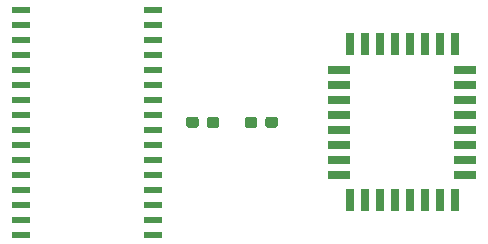
<source format=gbr>
G04 #@! TF.GenerationSoftware,KiCad,Pcbnew,(5.1.4-0-10_14)*
G04 #@! TF.CreationDate,2019-09-08T17:56:33-07:00*
G04 #@! TF.ProjectId,de10-lite-ram-rom,64653130-2d6c-4697-9465-2d72616d2d72,rev?*
G04 #@! TF.SameCoordinates,Original*
G04 #@! TF.FileFunction,Paste,Top*
G04 #@! TF.FilePolarity,Positive*
%FSLAX46Y46*%
G04 Gerber Fmt 4.6, Leading zero omitted, Abs format (unit mm)*
G04 Created by KiCad (PCBNEW (5.1.4-0-10_14)) date 2019-09-08 17:56:33*
%MOMM*%
%LPD*%
G04 APERTURE LIST*
%ADD10C,0.100000*%
%ADD11C,0.950000*%
%ADD12R,1.925000X0.700000*%
%ADD13R,0.700000X1.925000*%
%ADD14R,1.600000X0.600000*%
G04 APERTURE END LIST*
D10*
G36*
X142282779Y-124240144D02*
G01*
X142305834Y-124243563D01*
X142328443Y-124249227D01*
X142350387Y-124257079D01*
X142371457Y-124267044D01*
X142391448Y-124279026D01*
X142410168Y-124292910D01*
X142427438Y-124308562D01*
X142443090Y-124325832D01*
X142456974Y-124344552D01*
X142468956Y-124364543D01*
X142478921Y-124385613D01*
X142486773Y-124407557D01*
X142492437Y-124430166D01*
X142495856Y-124453221D01*
X142497000Y-124476500D01*
X142497000Y-124951500D01*
X142495856Y-124974779D01*
X142492437Y-124997834D01*
X142486773Y-125020443D01*
X142478921Y-125042387D01*
X142468956Y-125063457D01*
X142456974Y-125083448D01*
X142443090Y-125102168D01*
X142427438Y-125119438D01*
X142410168Y-125135090D01*
X142391448Y-125148974D01*
X142371457Y-125160956D01*
X142350387Y-125170921D01*
X142328443Y-125178773D01*
X142305834Y-125184437D01*
X142282779Y-125187856D01*
X142259500Y-125189000D01*
X141684500Y-125189000D01*
X141661221Y-125187856D01*
X141638166Y-125184437D01*
X141615557Y-125178773D01*
X141593613Y-125170921D01*
X141572543Y-125160956D01*
X141552552Y-125148974D01*
X141533832Y-125135090D01*
X141516562Y-125119438D01*
X141500910Y-125102168D01*
X141487026Y-125083448D01*
X141475044Y-125063457D01*
X141465079Y-125042387D01*
X141457227Y-125020443D01*
X141451563Y-124997834D01*
X141448144Y-124974779D01*
X141447000Y-124951500D01*
X141447000Y-124476500D01*
X141448144Y-124453221D01*
X141451563Y-124430166D01*
X141457227Y-124407557D01*
X141465079Y-124385613D01*
X141475044Y-124364543D01*
X141487026Y-124344552D01*
X141500910Y-124325832D01*
X141516562Y-124308562D01*
X141533832Y-124292910D01*
X141552552Y-124279026D01*
X141572543Y-124267044D01*
X141593613Y-124257079D01*
X141615557Y-124249227D01*
X141638166Y-124243563D01*
X141661221Y-124240144D01*
X141684500Y-124239000D01*
X142259500Y-124239000D01*
X142282779Y-124240144D01*
X142282779Y-124240144D01*
G37*
D11*
X141972000Y-124714000D03*
D10*
G36*
X140532779Y-124240144D02*
G01*
X140555834Y-124243563D01*
X140578443Y-124249227D01*
X140600387Y-124257079D01*
X140621457Y-124267044D01*
X140641448Y-124279026D01*
X140660168Y-124292910D01*
X140677438Y-124308562D01*
X140693090Y-124325832D01*
X140706974Y-124344552D01*
X140718956Y-124364543D01*
X140728921Y-124385613D01*
X140736773Y-124407557D01*
X140742437Y-124430166D01*
X140745856Y-124453221D01*
X140747000Y-124476500D01*
X140747000Y-124951500D01*
X140745856Y-124974779D01*
X140742437Y-124997834D01*
X140736773Y-125020443D01*
X140728921Y-125042387D01*
X140718956Y-125063457D01*
X140706974Y-125083448D01*
X140693090Y-125102168D01*
X140677438Y-125119438D01*
X140660168Y-125135090D01*
X140641448Y-125148974D01*
X140621457Y-125160956D01*
X140600387Y-125170921D01*
X140578443Y-125178773D01*
X140555834Y-125184437D01*
X140532779Y-125187856D01*
X140509500Y-125189000D01*
X139934500Y-125189000D01*
X139911221Y-125187856D01*
X139888166Y-125184437D01*
X139865557Y-125178773D01*
X139843613Y-125170921D01*
X139822543Y-125160956D01*
X139802552Y-125148974D01*
X139783832Y-125135090D01*
X139766562Y-125119438D01*
X139750910Y-125102168D01*
X139737026Y-125083448D01*
X139725044Y-125063457D01*
X139715079Y-125042387D01*
X139707227Y-125020443D01*
X139701563Y-124997834D01*
X139698144Y-124974779D01*
X139697000Y-124951500D01*
X139697000Y-124476500D01*
X139698144Y-124453221D01*
X139701563Y-124430166D01*
X139707227Y-124407557D01*
X139715079Y-124385613D01*
X139725044Y-124364543D01*
X139737026Y-124344552D01*
X139750910Y-124325832D01*
X139766562Y-124308562D01*
X139783832Y-124292910D01*
X139802552Y-124279026D01*
X139822543Y-124267044D01*
X139843613Y-124257079D01*
X139865557Y-124249227D01*
X139888166Y-124243563D01*
X139911221Y-124240144D01*
X139934500Y-124239000D01*
X140509500Y-124239000D01*
X140532779Y-124240144D01*
X140532779Y-124240144D01*
G37*
D11*
X140222000Y-124714000D03*
D12*
X163310500Y-120269000D03*
X163310500Y-121539000D03*
X163310500Y-122809000D03*
X163310500Y-124079000D03*
X163310500Y-125349000D03*
X163310500Y-126619000D03*
X163310500Y-127889000D03*
X163310500Y-129159000D03*
D13*
X162433000Y-131306500D03*
X161163000Y-131306500D03*
X159893000Y-131306500D03*
X158623000Y-131306500D03*
X157353000Y-131306500D03*
X156083000Y-131306500D03*
X154813000Y-131306500D03*
X153543000Y-131306500D03*
D12*
X152665500Y-129159000D03*
X152665500Y-127889000D03*
X152665500Y-126619000D03*
X152665500Y-125349000D03*
X152665500Y-124079000D03*
X152665500Y-122809000D03*
X152665500Y-121539000D03*
X152665500Y-120269000D03*
D13*
X162433000Y-118121500D03*
X161163000Y-118121500D03*
X159893000Y-118121500D03*
X158623000Y-118121500D03*
X153543000Y-118121500D03*
X154813000Y-118121500D03*
X156083000Y-118121500D03*
X157353000Y-118121500D03*
D14*
X136918000Y-115189000D03*
X136918000Y-116459000D03*
X136918000Y-117729000D03*
X136918000Y-118999000D03*
X136918000Y-120269000D03*
X136918000Y-121539000D03*
X136918000Y-122809000D03*
X136918000Y-124089000D03*
X136918000Y-125339000D03*
X136918000Y-126619000D03*
X136918000Y-127889000D03*
X136918000Y-129159000D03*
X136918000Y-130429000D03*
X136918000Y-131699000D03*
X136918000Y-132969000D03*
X136918000Y-134239000D03*
X125718000Y-134239000D03*
X125718000Y-132969000D03*
X125718000Y-131699000D03*
X125718000Y-130429000D03*
X125718000Y-129159000D03*
X125718000Y-127889000D03*
X125718000Y-126619000D03*
X125718000Y-125339000D03*
X125718000Y-124089000D03*
X125718000Y-122809000D03*
X125718000Y-121539000D03*
X125718000Y-120269000D03*
X125718000Y-118999000D03*
X125718000Y-117729000D03*
X125718000Y-116459000D03*
X125718000Y-115189000D03*
D10*
G36*
X147235779Y-124240144D02*
G01*
X147258834Y-124243563D01*
X147281443Y-124249227D01*
X147303387Y-124257079D01*
X147324457Y-124267044D01*
X147344448Y-124279026D01*
X147363168Y-124292910D01*
X147380438Y-124308562D01*
X147396090Y-124325832D01*
X147409974Y-124344552D01*
X147421956Y-124364543D01*
X147431921Y-124385613D01*
X147439773Y-124407557D01*
X147445437Y-124430166D01*
X147448856Y-124453221D01*
X147450000Y-124476500D01*
X147450000Y-124951500D01*
X147448856Y-124974779D01*
X147445437Y-124997834D01*
X147439773Y-125020443D01*
X147431921Y-125042387D01*
X147421956Y-125063457D01*
X147409974Y-125083448D01*
X147396090Y-125102168D01*
X147380438Y-125119438D01*
X147363168Y-125135090D01*
X147344448Y-125148974D01*
X147324457Y-125160956D01*
X147303387Y-125170921D01*
X147281443Y-125178773D01*
X147258834Y-125184437D01*
X147235779Y-125187856D01*
X147212500Y-125189000D01*
X146637500Y-125189000D01*
X146614221Y-125187856D01*
X146591166Y-125184437D01*
X146568557Y-125178773D01*
X146546613Y-125170921D01*
X146525543Y-125160956D01*
X146505552Y-125148974D01*
X146486832Y-125135090D01*
X146469562Y-125119438D01*
X146453910Y-125102168D01*
X146440026Y-125083448D01*
X146428044Y-125063457D01*
X146418079Y-125042387D01*
X146410227Y-125020443D01*
X146404563Y-124997834D01*
X146401144Y-124974779D01*
X146400000Y-124951500D01*
X146400000Y-124476500D01*
X146401144Y-124453221D01*
X146404563Y-124430166D01*
X146410227Y-124407557D01*
X146418079Y-124385613D01*
X146428044Y-124364543D01*
X146440026Y-124344552D01*
X146453910Y-124325832D01*
X146469562Y-124308562D01*
X146486832Y-124292910D01*
X146505552Y-124279026D01*
X146525543Y-124267044D01*
X146546613Y-124257079D01*
X146568557Y-124249227D01*
X146591166Y-124243563D01*
X146614221Y-124240144D01*
X146637500Y-124239000D01*
X147212500Y-124239000D01*
X147235779Y-124240144D01*
X147235779Y-124240144D01*
G37*
D11*
X146925000Y-124714000D03*
D10*
G36*
X145485779Y-124240144D02*
G01*
X145508834Y-124243563D01*
X145531443Y-124249227D01*
X145553387Y-124257079D01*
X145574457Y-124267044D01*
X145594448Y-124279026D01*
X145613168Y-124292910D01*
X145630438Y-124308562D01*
X145646090Y-124325832D01*
X145659974Y-124344552D01*
X145671956Y-124364543D01*
X145681921Y-124385613D01*
X145689773Y-124407557D01*
X145695437Y-124430166D01*
X145698856Y-124453221D01*
X145700000Y-124476500D01*
X145700000Y-124951500D01*
X145698856Y-124974779D01*
X145695437Y-124997834D01*
X145689773Y-125020443D01*
X145681921Y-125042387D01*
X145671956Y-125063457D01*
X145659974Y-125083448D01*
X145646090Y-125102168D01*
X145630438Y-125119438D01*
X145613168Y-125135090D01*
X145594448Y-125148974D01*
X145574457Y-125160956D01*
X145553387Y-125170921D01*
X145531443Y-125178773D01*
X145508834Y-125184437D01*
X145485779Y-125187856D01*
X145462500Y-125189000D01*
X144887500Y-125189000D01*
X144864221Y-125187856D01*
X144841166Y-125184437D01*
X144818557Y-125178773D01*
X144796613Y-125170921D01*
X144775543Y-125160956D01*
X144755552Y-125148974D01*
X144736832Y-125135090D01*
X144719562Y-125119438D01*
X144703910Y-125102168D01*
X144690026Y-125083448D01*
X144678044Y-125063457D01*
X144668079Y-125042387D01*
X144660227Y-125020443D01*
X144654563Y-124997834D01*
X144651144Y-124974779D01*
X144650000Y-124951500D01*
X144650000Y-124476500D01*
X144651144Y-124453221D01*
X144654563Y-124430166D01*
X144660227Y-124407557D01*
X144668079Y-124385613D01*
X144678044Y-124364543D01*
X144690026Y-124344552D01*
X144703910Y-124325832D01*
X144719562Y-124308562D01*
X144736832Y-124292910D01*
X144755552Y-124279026D01*
X144775543Y-124267044D01*
X144796613Y-124257079D01*
X144818557Y-124249227D01*
X144841166Y-124243563D01*
X144864221Y-124240144D01*
X144887500Y-124239000D01*
X145462500Y-124239000D01*
X145485779Y-124240144D01*
X145485779Y-124240144D01*
G37*
D11*
X145175000Y-124714000D03*
M02*

</source>
